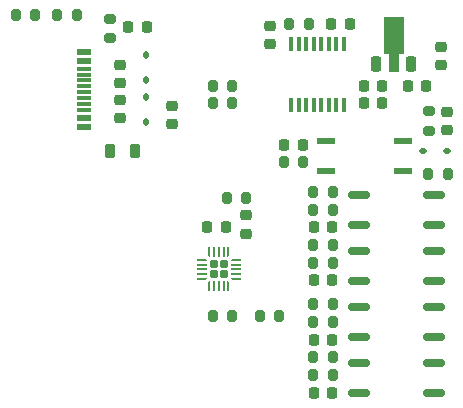
<source format=gbr>
%TF.GenerationSoftware,KiCad,Pcbnew,8.0.5*%
%TF.CreationDate,2024-10-20T23:26:53-04:00*%
%TF.ProjectId,Sequencer,53657175-656e-4636-9572-2e6b69636164,rev?*%
%TF.SameCoordinates,Original*%
%TF.FileFunction,Paste,Top*%
%TF.FilePolarity,Positive*%
%FSLAX46Y46*%
G04 Gerber Fmt 4.6, Leading zero omitted, Abs format (unit mm)*
G04 Created by KiCad (PCBNEW 8.0.5) date 2024-10-20 23:26:53*
%MOMM*%
%LPD*%
G01*
G04 APERTURE LIST*
G04 Aperture macros list*
%AMRoundRect*
0 Rectangle with rounded corners*
0 $1 Rounding radius*
0 $2 $3 $4 $5 $6 $7 $8 $9 X,Y pos of 4 corners*
0 Add a 4 corners polygon primitive as box body*
4,1,4,$2,$3,$4,$5,$6,$7,$8,$9,$2,$3,0*
0 Add four circle primitives for the rounded corners*
1,1,$1+$1,$2,$3*
1,1,$1+$1,$4,$5*
1,1,$1+$1,$6,$7*
1,1,$1+$1,$8,$9*
0 Add four rect primitives between the rounded corners*
20,1,$1+$1,$2,$3,$4,$5,0*
20,1,$1+$1,$4,$5,$6,$7,0*
20,1,$1+$1,$6,$7,$8,$9,0*
20,1,$1+$1,$8,$9,$2,$3,0*%
%AMFreePoly0*
4,1,14,0.334644,0.085355,0.385355,0.034644,0.400000,-0.000711,0.400000,-0.050000,0.385355,-0.085355,0.350000,-0.100000,-0.350000,-0.100000,-0.385355,-0.085355,-0.400000,-0.050000,-0.400000,0.050000,-0.385355,0.085355,-0.350000,0.100000,0.299289,0.100000,0.334644,0.085355,0.334644,0.085355,$1*%
%AMFreePoly1*
4,1,14,0.385355,0.085355,0.400000,0.050000,0.400000,0.000711,0.385355,-0.034644,0.334644,-0.085355,0.299289,-0.100000,-0.350000,-0.100000,-0.385355,-0.085355,-0.400000,-0.050000,-0.400000,0.050000,-0.385355,0.085355,-0.350000,0.100000,0.350000,0.100000,0.385355,0.085355,0.385355,0.085355,$1*%
%AMFreePoly2*
4,1,14,0.085355,0.385355,0.100000,0.350000,0.100000,-0.350000,0.085355,-0.385355,0.050000,-0.400000,-0.050000,-0.400000,-0.085355,-0.385355,-0.100000,-0.350000,-0.100000,0.299289,-0.085355,0.334644,-0.034644,0.385355,0.000711,0.400000,0.050000,0.400000,0.085355,0.385355,0.085355,0.385355,$1*%
%AMFreePoly3*
4,1,14,0.034644,0.385355,0.085355,0.334644,0.100000,0.299289,0.100000,-0.350000,0.085355,-0.385355,0.050000,-0.400000,-0.050000,-0.400000,-0.085355,-0.385355,-0.100000,-0.350000,-0.100000,0.350000,-0.085355,0.385355,-0.050000,0.400000,-0.000711,0.400000,0.034644,0.385355,0.034644,0.385355,$1*%
%AMFreePoly4*
4,1,14,0.385355,0.085355,0.400000,0.050000,0.400000,-0.050000,0.385355,-0.085355,0.350000,-0.100000,-0.299289,-0.100000,-0.334644,-0.085355,-0.385355,-0.034644,-0.400000,0.000711,-0.400000,0.050000,-0.385355,0.085355,-0.350000,0.100000,0.350000,0.100000,0.385355,0.085355,0.385355,0.085355,$1*%
%AMFreePoly5*
4,1,14,0.385355,0.085355,0.400000,0.050000,0.400000,-0.050000,0.385355,-0.085355,0.350000,-0.100000,-0.350000,-0.100000,-0.385355,-0.085355,-0.400000,-0.050000,-0.400000,-0.000711,-0.385355,0.034644,-0.334644,0.085355,-0.299289,0.100000,0.350000,0.100000,0.385355,0.085355,0.385355,0.085355,$1*%
%AMFreePoly6*
4,1,14,0.085355,0.385355,0.100000,0.350000,0.100000,-0.299289,0.085355,-0.334644,0.034644,-0.385355,-0.000711,-0.400000,-0.050000,-0.400000,-0.085355,-0.385355,-0.100000,-0.350000,-0.100000,0.350000,-0.085355,0.385355,-0.050000,0.400000,0.050000,0.400000,0.085355,0.385355,0.085355,0.385355,$1*%
%AMFreePoly7*
4,1,14,0.085355,0.385355,0.100000,0.350000,0.100000,-0.350000,0.085355,-0.385355,0.050000,-0.400000,0.000711,-0.400000,-0.034644,-0.385355,-0.085355,-0.334644,-0.100000,-0.299289,-0.100000,0.350000,-0.085355,0.385355,-0.050000,0.400000,0.050000,0.400000,0.085355,0.385355,0.085355,0.385355,$1*%
%AMFreePoly8*
4,1,9,3.862500,-0.866500,0.737500,-0.866500,0.737500,-0.450000,-0.737500,-0.450000,-0.737500,0.450000,0.737500,0.450000,0.737500,0.866500,3.862500,0.866500,3.862500,-0.866500,3.862500,-0.866500,$1*%
G04 Aperture macros list end*
%ADD10RoundRect,0.218750X-0.256250X0.218750X-0.256250X-0.218750X0.256250X-0.218750X0.256250X0.218750X0*%
%ADD11RoundRect,0.225000X-0.225000X-0.250000X0.225000X-0.250000X0.225000X0.250000X-0.225000X0.250000X0*%
%ADD12RoundRect,0.225000X0.225000X0.250000X-0.225000X0.250000X-0.225000X-0.250000X0.225000X-0.250000X0*%
%ADD13RoundRect,0.150000X-0.750000X-0.150000X0.750000X-0.150000X0.750000X0.150000X-0.750000X0.150000X0*%
%ADD14R,1.240000X0.600000*%
%ADD15R,1.240000X0.300000*%
%ADD16RoundRect,0.172500X-0.172500X0.172500X-0.172500X-0.172500X0.172500X-0.172500X0.172500X0.172500X0*%
%ADD17FreePoly0,270.000000*%
%ADD18RoundRect,0.050000X-0.050000X0.350000X-0.050000X-0.350000X0.050000X-0.350000X0.050000X0.350000X0*%
%ADD19FreePoly1,270.000000*%
%ADD20FreePoly2,270.000000*%
%ADD21RoundRect,0.050000X-0.350000X0.050000X-0.350000X-0.050000X0.350000X-0.050000X0.350000X0.050000X0*%
%ADD22FreePoly3,270.000000*%
%ADD23FreePoly4,270.000000*%
%ADD24FreePoly5,270.000000*%
%ADD25FreePoly6,270.000000*%
%ADD26FreePoly7,270.000000*%
%ADD27RoundRect,0.200000X0.200000X0.275000X-0.200000X0.275000X-0.200000X-0.275000X0.200000X-0.275000X0*%
%ADD28RoundRect,0.200000X-0.200000X-0.275000X0.200000X-0.275000X0.200000X0.275000X-0.200000X0.275000X0*%
%ADD29RoundRect,0.137500X0.662500X0.137500X-0.662500X0.137500X-0.662500X-0.137500X0.662500X-0.137500X0*%
%ADD30RoundRect,0.225000X0.250000X-0.225000X0.250000X0.225000X-0.250000X0.225000X-0.250000X-0.225000X0*%
%ADD31RoundRect,0.112500X-0.112500X0.187500X-0.112500X-0.187500X0.112500X-0.187500X0.112500X0.187500X0*%
%ADD32RoundRect,0.218750X0.218750X0.256250X-0.218750X0.256250X-0.218750X-0.256250X0.218750X-0.256250X0*%
%ADD33RoundRect,0.218750X-0.218750X-0.381250X0.218750X-0.381250X0.218750X0.381250X-0.218750X0.381250X0*%
%ADD34RoundRect,0.225000X0.225000X-0.425000X0.225000X0.425000X-0.225000X0.425000X-0.225000X-0.425000X0*%
%ADD35FreePoly8,90.000000*%
%ADD36R,0.400000X1.200000*%
%ADD37RoundRect,0.200000X-0.275000X0.200000X-0.275000X-0.200000X0.275000X-0.200000X0.275000X0.200000X0*%
%ADD38RoundRect,0.225000X-0.250000X0.225000X-0.250000X-0.225000X0.250000X-0.225000X0.250000X0.225000X0*%
%ADD39RoundRect,0.112500X-0.187500X-0.112500X0.187500X-0.112500X0.187500X0.112500X-0.187500X0.112500X0*%
%ADD40RoundRect,0.112500X0.112500X-0.187500X0.112500X0.187500X-0.112500X0.187500X-0.112500X-0.187500X0*%
%ADD41RoundRect,0.218750X0.256250X-0.218750X0.256250X0.218750X-0.256250X0.218750X-0.256250X-0.218750X0*%
G04 APERTURE END LIST*
D10*
%TO.C,D9*%
X154000000Y-67500000D03*
X154000000Y-69075000D03*
%TD*%
D11*
%TO.C,C2*%
X163995000Y-58000000D03*
X165545000Y-58000000D03*
%TD*%
D12*
%TO.C,C4*%
X169275000Y-56500000D03*
X167725000Y-56500000D03*
%TD*%
D13*
%TO.C,U4*%
X163600000Y-75230000D03*
X163600000Y-77770000D03*
X169900000Y-77770000D03*
X169900000Y-75230000D03*
%TD*%
D14*
%TO.C,J3*%
X140300000Y-53620000D03*
X140300000Y-54420000D03*
D15*
X140300000Y-55570000D03*
X140300000Y-56570000D03*
X140300000Y-57070000D03*
X140300000Y-58070000D03*
D14*
X140300000Y-59220000D03*
X140300000Y-60020000D03*
X140300000Y-60020000D03*
X140300000Y-59220000D03*
D15*
X140300000Y-58570000D03*
X140300000Y-57570000D03*
X140300000Y-56070000D03*
X140300000Y-55070000D03*
D14*
X140300000Y-54420000D03*
X140300000Y-53620000D03*
%TD*%
D16*
%TO.C,U9*%
X152125000Y-71625000D03*
X151275000Y-71625000D03*
X152125000Y-72475000D03*
X151275000Y-72475000D03*
D17*
X152500000Y-70600000D03*
D18*
X152100000Y-70600000D03*
X151700000Y-70600000D03*
X151300000Y-70600000D03*
D19*
X150900000Y-70600000D03*
D20*
X150250000Y-71250000D03*
D21*
X150250000Y-71650000D03*
X150250000Y-72050000D03*
X150250000Y-72450000D03*
D22*
X150250000Y-72850000D03*
D23*
X150900000Y-73500000D03*
D18*
X151300000Y-73500000D03*
X151700000Y-73500000D03*
X152100000Y-73500000D03*
D24*
X152500000Y-73500000D03*
D25*
X153150000Y-72850000D03*
D21*
X153150000Y-72450000D03*
X153150000Y-72050000D03*
X153150000Y-71650000D03*
D26*
X153150000Y-71250000D03*
%TD*%
D27*
%TO.C,R20*%
X171075000Y-64000000D03*
X169425000Y-64000000D03*
%TD*%
D11*
%TO.C,C9*%
X150725000Y-68500000D03*
X152275000Y-68500000D03*
%TD*%
D28*
%TO.C,R19*%
X134500000Y-50500000D03*
X136150000Y-50500000D03*
%TD*%
D13*
%TO.C,U5*%
X163600000Y-79980000D03*
X163600000Y-82520000D03*
X169900000Y-82520000D03*
X169900000Y-79980000D03*
%TD*%
D27*
%TO.C,R17*%
X154000000Y-66000000D03*
X152350000Y-66000000D03*
%TD*%
D29*
%TO.C,U8*%
X167250000Y-63770000D03*
X167250000Y-61230000D03*
X160750000Y-61230000D03*
X160750000Y-63770000D03*
%TD*%
D28*
%TO.C,R6*%
X159675000Y-71500000D03*
X161325000Y-71500000D03*
%TD*%
D30*
%TO.C,C1*%
X143325000Y-56275000D03*
X143325000Y-54725000D03*
%TD*%
D27*
%TO.C,R18*%
X139650000Y-50500000D03*
X138000000Y-50500000D03*
%TD*%
D31*
%TO.C,D11*%
X145500000Y-57450000D03*
X145500000Y-59550000D03*
%TD*%
D32*
%TO.C,D3*%
X161287500Y-78000000D03*
X159712500Y-78000000D03*
%TD*%
D28*
%TO.C,R1*%
X159675000Y-65500000D03*
X161325000Y-65500000D03*
%TD*%
D10*
%TO.C,D8*%
X156000000Y-51425000D03*
X156000000Y-53000000D03*
%TD*%
D33*
%TO.C,FB1*%
X142437500Y-62000000D03*
X144562500Y-62000000D03*
%TD*%
D32*
%TO.C,D7*%
X158787500Y-61500000D03*
X157212500Y-61500000D03*
%TD*%
%TO.C,D6*%
X145575000Y-51500000D03*
X144000000Y-51500000D03*
%TD*%
D34*
%TO.C,U6*%
X165000000Y-54700000D03*
D35*
X166500000Y-54612500D03*
D34*
X168000000Y-54700000D03*
%TD*%
D27*
%TO.C,R16*%
X159325000Y-51250000D03*
X157675000Y-51250000D03*
%TD*%
D28*
%TO.C,R15*%
X157175000Y-63000000D03*
X158825000Y-63000000D03*
%TD*%
%TO.C,R8*%
X159675000Y-81000000D03*
X161325000Y-81000000D03*
%TD*%
D27*
%TO.C,R14*%
X152825000Y-58000000D03*
X151175000Y-58000000D03*
%TD*%
D36*
%TO.C,U7*%
X162281814Y-52959314D03*
X161646814Y-52959314D03*
X161011814Y-52959314D03*
X160376814Y-52959314D03*
X159741814Y-52959314D03*
X159106814Y-52959314D03*
X158471814Y-52959314D03*
X157836814Y-52959314D03*
X157836814Y-58159314D03*
X158471814Y-58159314D03*
X159106814Y-58159314D03*
X159741814Y-58159314D03*
X160376814Y-58159314D03*
X161011814Y-58159314D03*
X161646814Y-58159314D03*
X162281814Y-58159314D03*
%TD*%
D37*
%TO.C,R9*%
X169500000Y-58675000D03*
X169500000Y-60325000D03*
%TD*%
D28*
%TO.C,R7*%
X159675000Y-76500000D03*
X161325000Y-76500000D03*
%TD*%
D38*
%TO.C,C5*%
X143325000Y-57725000D03*
X143325000Y-59275000D03*
%TD*%
D32*
%TO.C,D1*%
X161287500Y-68500000D03*
X159712500Y-68500000D03*
%TD*%
%TO.C,D4*%
X161287500Y-82500000D03*
X159712500Y-82500000D03*
%TD*%
D12*
%TO.C,C7*%
X162775000Y-51250000D03*
X161225000Y-51250000D03*
%TD*%
D39*
%TO.C,D5*%
X168950000Y-62000000D03*
X171050000Y-62000000D03*
%TD*%
D32*
%TO.C,D2*%
X161287500Y-73000000D03*
X159712500Y-73000000D03*
%TD*%
D28*
%TO.C,R5*%
X159675000Y-67000000D03*
X161325000Y-67000000D03*
%TD*%
%TO.C,R2*%
X159675000Y-70000000D03*
X161325000Y-70000000D03*
%TD*%
D40*
%TO.C,D12*%
X145500000Y-56050000D03*
X145500000Y-53950000D03*
%TD*%
D37*
%TO.C,R10*%
X142500000Y-50850000D03*
X142500000Y-52500000D03*
%TD*%
D13*
%TO.C,U2*%
X163600000Y-65730000D03*
X163600000Y-68270000D03*
X169900000Y-68270000D03*
X169900000Y-65730000D03*
%TD*%
D11*
%TO.C,C3*%
X163970000Y-56500000D03*
X165520000Y-56500000D03*
%TD*%
D41*
%TO.C,D10*%
X170500000Y-54787500D03*
X170500000Y-53212500D03*
%TD*%
D30*
%TO.C,C8*%
X147724962Y-59775000D03*
X147724962Y-58225000D03*
%TD*%
D27*
%TO.C,R11*%
X156825000Y-76000000D03*
X155175000Y-76000000D03*
%TD*%
%TO.C,R13*%
X152825000Y-56500000D03*
X151175000Y-56500000D03*
%TD*%
%TO.C,R12*%
X152825000Y-76000000D03*
X151175000Y-76000000D03*
%TD*%
D13*
%TO.C,U3*%
X163600000Y-70480000D03*
X163600000Y-73020000D03*
X169900000Y-73020000D03*
X169900000Y-70480000D03*
%TD*%
D28*
%TO.C,R3*%
X159675000Y-75000000D03*
X161325000Y-75000000D03*
%TD*%
%TO.C,R4*%
X159675000Y-79500000D03*
X161325000Y-79500000D03*
%TD*%
D38*
%TO.C,C6*%
X171000000Y-58725000D03*
X171000000Y-60275000D03*
%TD*%
M02*

</source>
